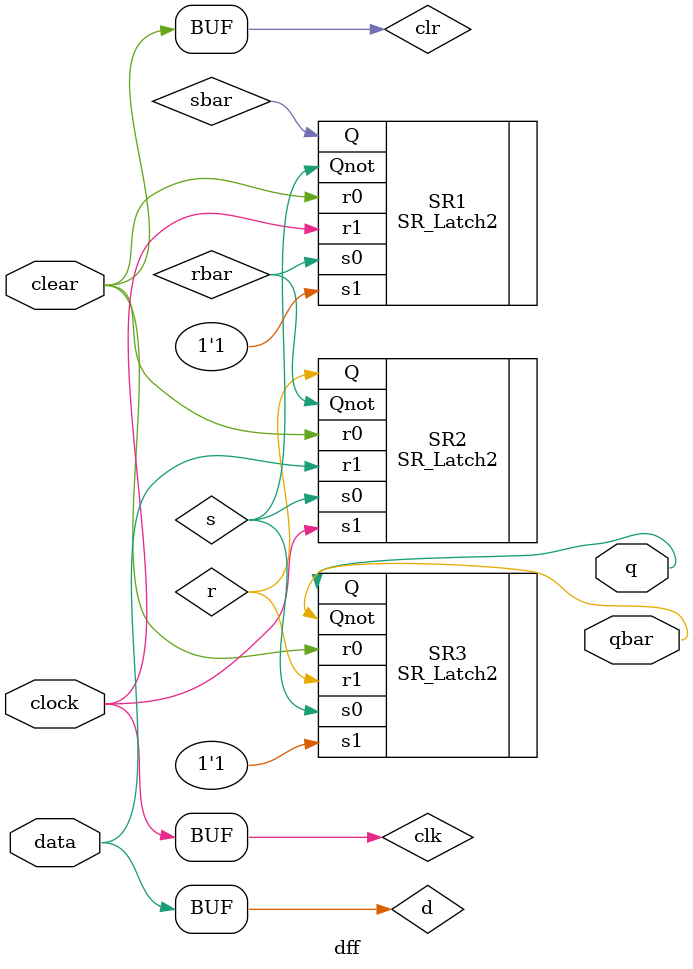
<source format=v>
`timescale 1ns/100ps

`include "SR_Latch2.v"
`define TIME_DELAY_1    3
`define TIME_DELAY_2    4
`define TIME_DELAY_3    5
`define FAN_OUT_1       0.5
`define FAN_OUT_2       0.8
`define FAN_OUT_3       1.0
`define PRIMARY_OUT     2.0



module dff(q, qbar, clock, data, clear);
        
    output q, qbar;

    input clock, data, clear;
    wire cbar, clkbar, dbar, clk, d, clr, s, sbar, r, rbar;
    not #(`TIME_DELAY_1 + `FAN_OUT_1) NOT1a(cbar, clear);
    not #(`TIME_DELAY_1 + `FAN_OUT_3) NOT1b(clr, cbar);
    not #(`TIME_DELAY_1 + `FAN_OUT_1) NOT2a(clkbar, clock);
    not #(`TIME_DELAY_1 + `FAN_OUT_2) NOT2b(clk, clkbar);
    not #(`TIME_DELAY_1 + `FAN_OUT_1) NOT3a(dbar, data);
    not #(`TIME_DELAY_1 + `FAN_OUT_1) NOT3b(d, dbar);
     
    SR_Latch2 SR1(.Q (sbar),
        .Qnot (s),
        .s0 (rbar),
        .s1 (1'b1),
        .r0 (clr),
        .r1 (clk));
    SR_Latch2  SR2(.Q (r),
        .Qnot (rbar),
        .s0 (s),
        .s1 (clk),
        .r0 (clr),
        .r1 (d));
    SR_Latch2 SR3(.Q (q),
        .Qnot (qbar),
        .s0 (s),
        .s1 (1'b1),
        .r0 (clr),
        .r1 (r));
endmodule        


</source>
